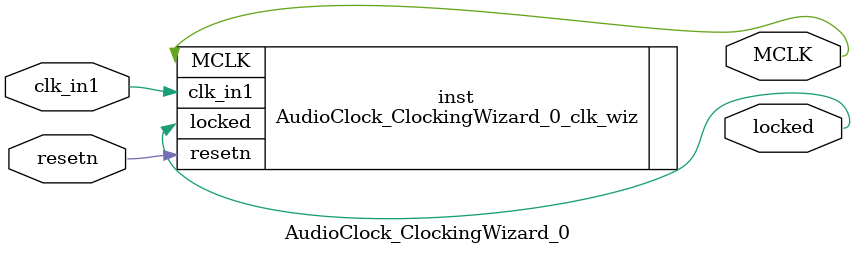
<source format=v>


`timescale 1ps/1ps

(* CORE_GENERATION_INFO = "AudioClock_ClockingWizard_0,clk_wiz_v6_0_4_0_0,{component_name=AudioClock_ClockingWizard_0,use_phase_alignment=true,use_min_o_jitter=true,use_max_i_jitter=false,use_dyn_phase_shift=false,use_inclk_switchover=false,use_dyn_reconfig=false,enable_axi=0,feedback_source=FDBK_AUTO,PRIMITIVE=MMCM,num_out_clk=1,clkin1_period=8.000,clkin2_period=10.000,use_power_down=false,use_reset=true,use_locked=true,use_inclk_stopped=false,feedback_type=SINGLE,CLOCK_MGR_TYPE=NA,manual_override=false}" *)

module AudioClock_ClockingWizard_0 
 (
  // Clock out ports
  output        MCLK,
  // Status and control signals
  input         resetn,
  output        locked,
 // Clock in ports
  input         clk_in1
 );

  AudioClock_ClockingWizard_0_clk_wiz inst
  (
  // Clock out ports  
  .MCLK(MCLK),
  // Status and control signals               
  .resetn(resetn), 
  .locked(locked),
 // Clock in ports
  .clk_in1(clk_in1)
  );

endmodule

</source>
